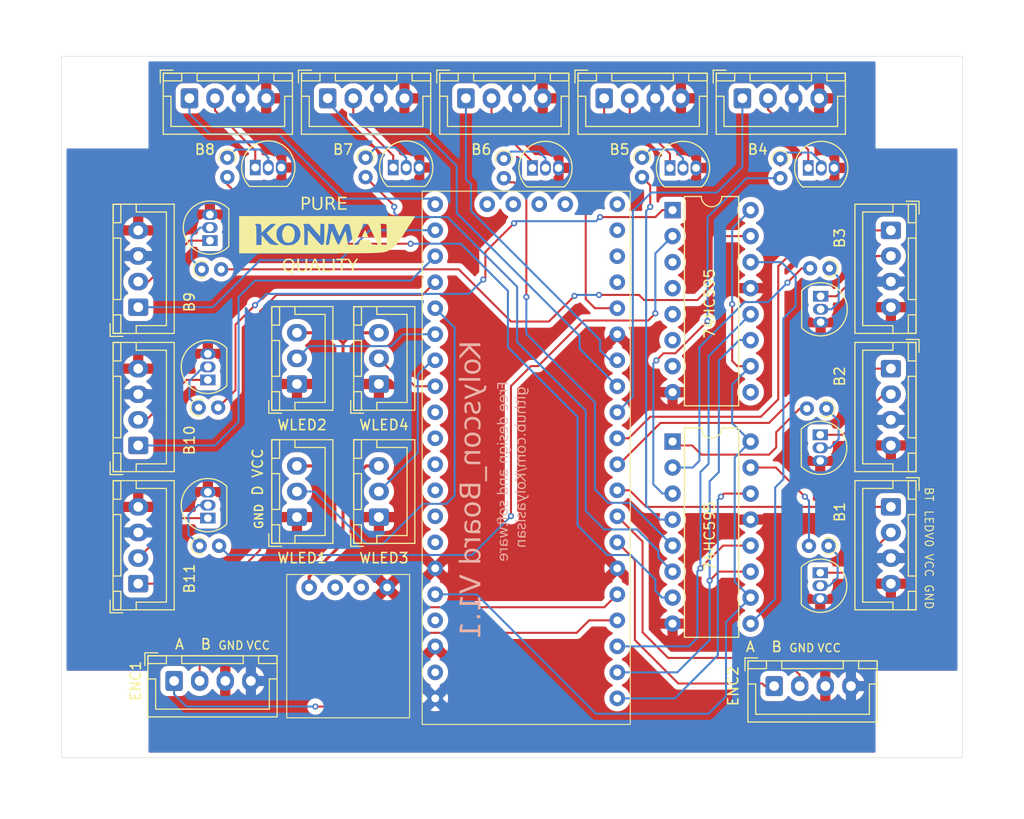
<source format=kicad_pcb>
(kicad_pcb (version 20241229) (generator "pcbnew") (generator_version "9.0")
  (layers (0 "F.Cu" signal) (2 "B.Cu" signal) (13 "F.Paste" user) (15 "B.Paste" user) (5 "F.SilkS" user "F.Silkscreen") (7 "B.SilkS" user "B.Silkscreen") (1 "F.Mask" user) (3 "B.Mask" user) (25 "Edge.Cuts" user))
  (net 0 "")
  (net 1 "/BT_D_1")
  (net 2 "+5V")
  (net 3 "Net-(B1-Pin_2)")
  (net 4 "GND")
  (net 5 "Net-(B2-Pin_2)")
  (net 6 "Net-(B3-Pin_2)")
  (net 7 "Net-(B4-Pin_2)")
  (net 8 "Net-(B5-Pin_2)")
  (net 9 "Net-(B6-Pin_2)")
  (net 10 "Net-(B7-Pin_2)")
  (net 11 "Net-(B8-Pin_2)")
  (net 12 "Net-(B9-Pin_2)")
  (net 13 "Net-(B10-Pin_2)")
  (net 14 "Net-(B11-Pin_2)")
  (net 15 "/ENC_1_B")
  (net 16 "/ENC_1_A")
  (net 17 "/ENC_2_B")
  (net 18 "/ENC_2_A")
  (net 19 "/BT_L_1")
  (net 20 "/BT_L_2")
  (net 21 "/BT_L_3")
  (net 22 "/BT_L_4")
  (net 23 "/BT_L_5")
  (net 24 "/BT_L_6")
  (net 25 "/BT_L_7")
  (net 26 "/BT_L_8")
  (net 27 "/BT_L_9")
  (net 28 "/BT_L_10")
  (net 29 "/BT_L_11")
  (net 30 "/SHIFTREG_LATCH")
  (net 31 "/SHIFTREG_SER")
  (net 32 "/SHIFTREG_CLK")
  (net 33 "Net-(U1-QH')")
  (net 40 "/WLED_1")
  (net 41 "/WLED_2")
  (net 42 "/WLED_3")
  (net 43 "/WLED_4")
  (net 44 "/BT_D_2")
  (net 45 "/BT_D_3")
  (net 46 "/BT_D_4")
  (net 47 "/BT_D_5")
  (net 48 "/BT_D_6")
  (net 49 "/BT_D_7")
  (net 50 "/BT_D_8")
  (net 51 "/BT_D_9")
  (net 52 "/BT_D_10")
  (net 53 "/BT_D_11")
  (net 55 "+5V_PWR")
  (net 66 "+3.3V")
  (net 74 "Net-(Q1-B)")
  (net 75 "Net-(Q2-S)")
  (net 76 "Net-(Q3-S)")
  (net 77 "Net-(Q4-S)")
  (net 78 "Net-(Q5-S)")
  (net 79 "Net-(Q6-S)")
  (net 80 "Net-(Q7-S)")
  (net 81 "Net-(Q8-S)")
  (net 82 "Net-(Q9-S)")
  (net 83 "Net-(Q10-S)")
  (net 84 "Net-(Q11-S)")
  (footprint "Resistor_THT:R_Axial_DIN0204_L3.6mm_D1.6mm_P1.90mm_Vertical" (layer "F.Cu") (at 136.2 75.5 -90)
    (property "Reference" "R4" (hide yes))
    (property "Value" "R2k" (hide yes))
  )
  (footprint "MountingHole:MountingHole_3.2mm_M3" (layer "F.Cu") (at 70 130)
    (property "Reference" "H3" (hide yes))
    (property "Value" "MountingHole" (hide yes))
  )
  (footprint "MountingHole:MountingHole_3.2mm_M3" (layer "F.Cu") (at 150 70)
    (property "Reference" "H2" (hide yes))
    (property "Value" "MountingHole" (hide yes))
  )
  (footprint "Package_DIP:DIP-16_W7.62mm" (layer "F.Cu") (at 125.68 103.12)
    (property "Reference" "U1" (hide yes))
    (property "Value" "74HC595")
  )
  (footprint "Connector_JST:JST_XH_B3B-XH-A_1x03_P2.50mm_Vertical" (layer "F.Cu") (at 97 110.5 90)
    (property "Reference" "WLED3")
    (property "Value" "Conn_01x03")
  )
  (footprint "Connector_JST:JST_XH_B4B-XH-A_1x04_P2.50mm_Vertical" (layer "F.Cu") (at 77 126.5)
    (property "Reference" "ENC1")
    (property "Value" "Conn_01x04")
  )
  (footprint "Package_TO_SOT_THT:TO-92_Inline" (layer "F.Cu") (at 80.3 110.6 90)
    (property "Reference" "Q11" (hide yes))
    (property "Value" "~" (hide yes))
  )
  (footprint "MountingHole:MountingHole_3.2mm_M3" (layer "F.Cu") (at 150 130)
    (property "Reference" "H4" (hide yes))
    (property "Value" "MountingHole" (hide yes))
  )
  (footprint "Connector_JST:JST_XH_B4B-XH-A_1x04_P2.50mm_Vertical" (layer "F.Cu") (at 132.5 69.6)
    (property "Reference" "B4")
    (property "Value" "Conn_01x04_Pin")
  )
  (footprint "Package_TO_SOT_THT:TO-92_Inline" (layer "F.Cu") (at 80.5 83.5 90)
    (property "Reference" "Q9" (hide yes))
    (property "Value" "~" (hide yes))
  )
  (footprint "Resistor_THT:R_Axial_DIN0204_L3.6mm_D1.6mm_P1.90mm_Vertical" (layer "F.Cu") (at 79.7 86.3)
    (property "Reference" "R9" (hide yes))
    (property "Value" "R2k" (hide yes))
  )
  (footprint "Package_TO_SOT_THT:TO-92_Inline" (layer "F.Cu") (at 140.1 115.93 -90)
    (property "Reference" "Q1" (hide yes))
    (property "Value" "~" (hide yes))
  )
  (footprint "Package_TO_SOT_THT:TO-92_Inline" (layer "F.Cu") (at 84.93 76.36)
    (property "Reference" "Q8" (hide yes))
    (property "Value" "~" (hide yes))
  )
  (footprint "Resistor_THT:R_Axial_DIN0204_L3.6mm_D1.6mm_P1.90mm_Vertical" (layer "F.Cu") (at 141.005 86.2 180)
    (property "Reference" "R3" (hide yes))
    (property "Value" "R2k" (hide yes))
  )
  (footprint "Connector_JST:JST_XH_B4B-XH-A_1x04_P2.50mm_Vertical" (layer "F.Cu") (at 147 82.5 -90)
    (property "Reference" "B3")
    (property "Value" "Conn_01x04_Pin")
  )
  (footprint "kolyscon_Board_Footprints:WeirdPurpleRP2040Board" (layer "F.Cu") (at 111.39 78.67 180)
    (property "Reference" "U3" (hide yes))
    (property "Value" "~")
  )
  (footprint "Resistor_THT:R_Axial_DIN0204_L3.6mm_D1.6mm_P1.90mm_Vertical" (layer "F.Cu") (at 79.495 113.3)
    (property "Reference" "R11" (hide yes))
    (property "Value" "R2k" (hide yes))
  )
  (footprint "Resistor_THT:R_Axial_DIN0204_L3.6mm_D1.6mm_P1.90mm_Vertical" (layer "F.Cu") (at 122.7 75.4 -90)
    (property "Reference" "R5" (hide yes))
    (property "Value" "R2k" (hide yes))
  )
  (footprint "Resistor_THT:R_Axial_DIN0204_L3.6mm_D1.6mm_P1.90mm_Vertical" (layer "F.Cu") (at 95.7 75.4 -90)
    (property "Reference" "R7" (hide yes))
    (property "Value" "R2k" (hide yes))
  )
  (footprint "Package_TO_SOT_THT:TO-92_Inline" (layer "F.Cu") (at 112 76.4)
    (property "Reference" "Q6" (hide yes))
    (property "Value" "~" (hide yes))
  )
  (footprint "Connector_JST:JST_XH_B4B-XH-A_1x04_P2.50mm_Vertical" (layer "F.Cu") (at 147 109.5 -90)
    (property "Reference" "B1")
    (property "Value" "Conn_01x04_Pin")
  )
  (footprint "Connector_JST:JST_XH_B3B-XH-A_1x03_P2.50mm_Vertical" (layer "F.Cu") (at 89 110.5 90)
    (property "Reference" "WLED1")
    (property "Value" "Conn_01x03")
  )
  (footprint "Package_TO_SOT_THT:TO-92_Inline" (layer "F.Cu") (at 140.14 88.93 -90)
    (property "Reference" "Q3" (hide yes))
    (property "Value" "~" (hide yes))
  )
  (footprint "Connector_JST:JST_XH_B3B-XH-A_1x03_P2.50mm_Vertical" (layer "F.Cu") (at 89 97.5 90)
    (property "Reference" "WLED2")
    (property "Value" "Conn_01x03")
  )
  (footprint "Package_TO_SOT_THT:TO-92_Inline" (layer "F.Cu") (at 125.43 76.4)
    (property "Reference" "Q5" (hide yes))
    (property "Value" "~" (hide yes))
  )
  (footprint "kolyscon_Board_Footprints:USB-C_Conn_Small" (layer "F.Cu") (at 94 116.1 180)
    (property "Reference" "J1" (hide yes))
    (property "Value" "Conn_01x04")
  )
  (footprint "Connector_JST:JST_XH_B4B-XH-A_1x04_P2.50mm_Vertical" (layer "F.Cu") (at 73.5 103.5 90)
    (property "Reference" "B10")
    (property "Value" "Conn_01x04_Pin")
  )
  (footprint "Package_TO_SOT_THT:TO-92_Inline" (layer "F.Cu") (at 80.3 97.1 90)
    (property "Reference" "Q10" (hide yes))
    (property "Value" "~" (hide yes))
  )
  (footprint "Connector_JST:JST_XH_B4B-XH-A_1x04_P2.50mm_Vertical" (layer "F.Cu") (at 105.5 69.6)
    (property "Reference" "B6")
    (property "Value" "Conn_01x04_Pin")
  )
  (footprint "kolyscon_Board_Footprints:konmai" (layer "F.Cu") (at 92 83)
    (property "Reference" "G***" (hide yes))
    (property "Value" "LOGO" (hide yes))
  )
  (footprint "Connector_JST:JST_XH_B4B-XH-A_1x04_P2.50mm_Vertical" (layer "F.Cu") (at 78.5 69.6)
    (property "Reference" "B8")
    (property "Value" "Conn_01x04_Pin")
  )
  (footprint "Resistor_THT:R_Axial_DIN0204_L3.6mm_D1.6mm_P1.90mm_Vertical" (layer "F.Cu") (at 140.7 99.9 180)
    (property "Reference" "R2" (hide yes))
    (property "Value" "R2k" (hide yes))
  )
  (footprint "Connector_JST:JST_XH_B4B-XH-A_1x04_P2.50mm_Vertical" (layer "F.Cu") (at 147 96 -90)
    (property "Reference" "B2")
    (property "Value" "Conn_01x04_Pin")
  )
  (footprint "Package_TO_SOT_THT:TO-92_Inline" (layer "F.Cu") (at 98.4 76.36)
    (property "Reference" "Q7" (hide yes))
    (property "Value" "~" (hide yes))
  )
  (footprint "Connector_JST:JST_XH_B4B-XH-A_1x04_P2.50mm_Vertical" (layer "F.Cu") (at 73.5 90 90)
    (property "Reference" "B9")
    (property "Value" "Conn_01x04_Pin")
  )
  (footprint "Resistor_THT:R_Axial_DIN0204_L3.6mm_D1.6mm_P1.90mm_Vertical" (layer "F.Cu") (at 79.4 99.8)
    (property "Reference" "R10" (hide yes))
    (property "Value" "R2k" (hide yes))
  )
  (footprint "Connector_JST:JST_XH_B4B-XH-A_1x04_P2.50mm_Vertical" (layer "F.Cu") (at 92 69.6)
    (property "Reference" "B7")
    (property "Value" "Conn_01x04_Pin")
  )
  (footprint "Resistor_THT:R_Axial_DIN0204_L3.6mm_D1.6mm_P1.90mm_Vertical" (layer "F.Cu") (at 109.2 75.5 -90)
    (property "Reference" "R6" (hide yes))
    (property "Value" "R2k" (hide yes))
  )
  (footprint "Resistor_THT:R_Axial_DIN0204_L3.6mm_D1.6mm_P1.90mm_Vertical" (layer "F.Cu") (at 82.2 75.4 -90)
    (property "Reference" "R8" (hide yes))
    (property "Value" "R2k" (hide yes))
  )
  (footprint "MountingHole:MountingHole_3.2mm_M3" (layer "F.Cu") (at 70 70)
    (property "Reference" "H1" (hide yes))
    (property "Value" "MountingHole" (hide yes))
  )
  (footprint "Package_TO_SOT_THT:TO-92_Inline" (layer "F.Cu") (at 138.93 76.4)
    (property "Reference" "Q4" (hide yes))
    (property "Value" "~" (hide yes))
  )
  (footprint "Package_TO_SOT_THT:TO-92_Inline" (layer "F.Cu") (at 140.1 102.46 -90)
    (property "Reference" "Q2" (hide yes))
    (property "Value" "~" (hide yes))
  )
  (footprint "Connector_JST:JST_XH_B4B-XH-A_1x04_P2.50mm_Vertical" (layer "F.Cu") (at 135.6 127)
    (property "Reference" "ENC2")
    (property "Value" "Conn_01x04")
  )
  (footprint "Connector_JST:JST_XH_B4B-XH-A_1x04_P2.50mm_Vertical" (layer "F.Cu") (at 73.5 117 90)
    (property "Reference" "B11")
    (property "Value" "Conn_01x04_Pin")
  )
  (footprint "Package_DIP:DIP-16_W7.62mm" (layer "F.Cu") (at 125.68 80.52)
    (property "Reference" "U2" (hide yes))
    (property "Value" "74HC595")
  )
  (footprint "Connector_JST:JST_XH_B3B-XH-A_1x03_P2.50mm_Vertical" (layer "F.Cu") (at 97 97.5 90)
    (property "Reference" "WLED4")
    (property "Value" "Conn_01x03")
  )
  (footprint "Connector_JST:JST_XH_B4B-XH-A_1x04_P2.50mm_Vertical" (layer "F.Cu") (at 119 69.6)
    (property "Reference" "B5")
    (property "Value" "Conn_01x04_Pin")
  )
  (footprint "Resistor_THT:R_Axial_DIN0204_L3.6mm_D1.6mm_P1.90mm_Vertical" (layer "F.Cu") (at 140.9 113.305 180)
    (property "Reference" "R1" (hide yes))
    (property "Value" "R2k" (hide yes))
  )
  (gr_circle (center 145.5 76) (end 145.924264 76) (stroke (width 0.2)) (fill yes) (layer "B.Cu") (net 2))
  (gr_rect (start 66 65.5) (end 154 134) (stroke (width 0.05)) (fill no) (layer "Edge.Cuts"))
  (gr_text "GND" (at 150.25 117 270) (layer "F.SilkS") (effects (font (size 0.8 0.8) (thickness 0.1)) (justify left bottom)))
  (gr_text "LEDV0" (at 150.25 109.75 270) (layer "F.SilkS") (effects (font (size 0.8 0.8) (thickness 0.1)) (justify left bottom)))
  (gr_text "B" (at 135.25 123.75 0) (layer "F.SilkS") (effects (font (size 1 1)) (justify left bottom)))
  (gr_text "GND" (at 137 123.75 0) (layer "F.SilkS") (effects (font (size 0.8 0.8) (thickness 0.125)) (justify left bottom)))
  (gr_text "VCC" (at 150.25 114 270) (layer "F.SilkS") (effects (font (size 0.8 0.8) (thickness 0.1)) (justify left bottom)))
  (gr_text "QUALITY" (at 87.5 86.75 0) (layer "F.SilkS") (effects (font (size 1.25 1.25) (thickness 0.1)) (justify left bottom)))
  (gr_text "D" (at 85.75 108.5 90) (layer "F.SilkS") (effects (font (size 1 1)) (justify left bottom)))
  (gr_text "VCC" (at 85.75 106.75 90) (layer "F.SilkS") (effects (font (size 1 1)) (justify left bottom)))
  (gr_text "B" (at 79.5 123.5 0) (layer "F.SilkS") (effects (font (size 1 1)) (justify left bottom)))
  (gr_text "VCC" (at 139.75 123.75 0) (layer "F.SilkS") (effects (font (size 0.8 0.8) (thickness 0.125)) (justify left bottom)))
  (gr_text "BT" (at 150.25 107.5 270) (layer "F.SilkS") (effects (font (size 0.8 0.8) (thickness 0.1)) (justify left bottom)))
  (gr_text "GND" (at 81.25 123.5 0) (layer "F.SilkS") (effects (font (size 0.8 0.8) (thickness 0.125)) (justify left bottom)))
  (gr_text "VCC" (at 84 123.5 0) (layer "F.SilkS") (effects (font (size 0.8 0.8) (thickness 0.125)) (justify left bottom)))
  (gr_text "PURE" (at 89.3 80.7 0) (layer "F.SilkS") (effects (font (size 1.25 1.25) (thickness 0.1)) (justify left bottom)))
  (gr_text "A" (at 77 123.5 0) (layer "F.SilkS") (effects (font (size 1 1)) (justify left bottom)))
  (gr_text "A" (at 132.75 123.75 0) (layer "F.SilkS") (effects (font (size 1 1)) (justify left bottom)))
  (gr_text "GND" (at 85.75 111.75 90) (layer "F.SilkS") (effects (font (size 0.8 0.8)) (justify left bottom)))
  (gr_text "github.com/Kolyasisan" (at 111.5 97.75 90) (layer "B.SilkS") (effects (font (size 1 1) (thickness 0.1)) (justify left bottom mirror)))
  (gr_text "Kolyscon_Board V1.1" (at 107.25 93.25 90) (layer "B.SilkS") (effects (font (size 2 2) (thickness 0.1)) (justify left bottom mirror)))
  (gr_text "Free design and software" (at 109.75 97.25 90) (layer "B.SilkS") (effects (font (size 1 1) (thickness 0.1)) (justify left bottom mirror)))
  (segment (start 147 109.5) (end 123.1 109.5) (width 0.2) (layer "F.Cu") (net 1))
  (segment (start 121.48 107.88) (end 120.28 107.88) (width 0.2) (layer "F.Cu") (net 1))
  (segment (start 123.1 109.5) (end 121.48 107.88) (width 0.2) (layer "F.Cu") (net 1))
  (segment (start 140.1 115.93) (end 143.07 115.93) (width 0.2) (layer "F.Cu") (net 3))
  (segment (start 143.07 115.93) (end 147 112) (width 0.2) (layer "F.Cu") (net 3))
  (segment (start 146.3 98.5) (end 147 98.5) (width 0.2) (layer "F.Cu") (net 5))
  (segment (start 140.1 102.46) (end 142.34 102.46) (width 0.2) (layer "F.Cu") (net 5))
  (segment (start 142.34 102.46) (end 146.3 98.5) (width 0.2) (layer "F.Cu") (net 5))
  (segment (start 140.14 88.93) (end 141.67 88.93) (width 0.2) (layer "F.Cu") (net 6))
  (segment (start 141.67 88.93) (end 145.6 85) (width 0.2) (layer "F.Cu") (net 6))
  (segment (start 145.6 85) (end 147 85) (width 0.2) (layer "F.Cu") (net 6))
  (segment (start 135 70.7) (end 135 69.6) (width 0.2) (layer "F.Cu") (net 7))
  (segment (start 138.93 74.63) (end 135 70.7) (width 0.2) (layer "F.Cu") (net 7))
  (segment (start 138.93 74.63) (end 138.93 76.4) (width 0.2) (layer "F.Cu") (net 7))
  (segment (start 125.43 76.4) (end 125.43 75.03) (width 0.2) (layer "F.Cu") (net 8))
  (segment (start 125.43 75.03) (end 121.5 71.1) (width 0.2) (layer "F.Cu") (net 8))
  (segment (start 121.5 71.1) (end 121.5 69.6) (width 0.2) (layer "F.Cu") (net 8))
  (segment (start 112 75.8) (end 108 71.8) (width 0.2) (layer "F.Cu") (net 9))
  (segment (start 112 76.4) (end 112 75.8) (width 0.2) (layer "F.Cu") (net 9))
  (segment (start 108 71.8) (end 108 69.6) (width 0.2) (layer "F.Cu") (net 9))
  (segment (start 98.4 75.2) (end 94.5 71.3) (width 0.2) (layer "F.Cu") (net 10))
  (segment (start 98.4 76.36) (end 98.4 75.2) (width 0.2) (layer "F.Cu") (net 10))
  (segment (start 94.5 71.3) (end 94.5 69.6) (width 0.2) (layer "F.Cu") (net 10))
  (segment (start 81 70.8) (end 81 69.6) (width 0.2) (layer "F.Cu") (net 11))
  (segment (start 84.93 76.36) (end 84.93 74.73) (width 0.2) (layer "F.Cu") (net 11))
  (segment (start 84.93 74.73) (end 81 70.8) (width 0.2) (layer "F.Cu") (net 11))
  (segment (start 74.5 87.5) (end 73.5 87.5) (width 0.2) (layer "F.Cu") (net 12))
  (segment (start 78.5 83.5) (end 74.5 87.5) (width 0.2) (layer "F.Cu") (net 12))
  (segment (start 80.5 83.5) (end 78.5 83.5) (width 0.2) (layer "F.Cu") (net 12))
  (segment (start 80.3 97.1) (end 78.2 97.1) (width 0.2) (layer "F.Cu") (net 13))
  (segment (start 78.2 97.1) (end 74.3 101) (width 0.2) (layer "F.Cu") (net 13))
  (segment (start 74.3 101) (end 73.5 101) (width 0.2) (layer "F.Cu") (net 13))
  (segment (start 80.3 110.6) (end 77.4 110.6) (width 0.2) (layer "F.Cu") (net 14))
  (segment (start 77.4 110.6) (end 73.5 114.5) (width 0.2) (layer "F.Cu") (net 14))
  (segment (start 119.02 119.3) (end 120.28 118.04) (width 0.2) (layer "F.Cu") (net 15))
  (segment (start 99.5 119.3) (end 119.02 119.3) (width 0.2) (layer "F.Cu") (net 15))
  (segment (start 98.4 120.4) (end 99.5 119.3) (width 0.2) (layer "F.Cu") (net 15))
  (segment (start 79.5 124.7) (end 83.8 120.4) (width 0.2) (layer "F.Cu") (net 15))
  (segment (start 79.5 126.5) (end 79.5 124.7) (width 0.2) (layer "F.Cu") (net 15))
  (segment (start 83.8 120.4) (end 98.4 120.4) (width 0.2) (layer "F.Cu") (net 15))
  (segment (start 116.314 121.8) (end 117.534 120.58) (width 0.2) (layer "F.Cu") (net 16))
  (segment (start 90.8 129) (end 93.9 129) (width 0.2) (layer "F.Cu") (net 16))
  (segment (start 101.1 121.8) (end 116.314 121.8) (width 0.2) (layer "F.Cu") (net 16))
  (segment (start 77 126.5) (end 77 127.1) (width 0.2) (layer "F.Cu") (net 16))
  (segment (start 93.9 129) (end 101.1 121.8) (width 0.2) (layer "F.Cu") (net 16))
  (segment (start 117.534 120.58) (end 120.28 120.58) (width 0.2) (layer "F.Cu") (net 16))
  (via (at 90.8 129) (size 0.6) (drill 0.3) (layers "F.Cu" "B.Cu") (net 16))
  (segment (start 78 128.8) (end 78.2 129) (width 0.2) (layer "B.Cu") (net 16))
  (segment (start 77 127.8) (end 78 128.8) (width 0.2) (layer "B.Cu") (net 16))
  (segment (start 78.2 129) (end 90.8 129) (width 0.2) (layer "B.Cu") (net 16))
  (segment (start 77 126.5) (end 77 127.8) (width 0.2) (layer "B.Cu") (net 16))
  (segment (start 136.45 124.25) (end 138.1 125.9) (width 0.2) (layer "F.Cu") (net 17))
  (segment (start 138.1 125.9) (end 138.1 127) (width 0.2) (layer "F.Cu") (net 17))
  (segment (start 122.75 121.75) (end 125.25 124.25) (width 0.2) (layer "F.Cu") (net 17))
  (segment (start 122.75 112.89) (end 122.75 121.75) (width 0.2) (layer "F.Cu") (net 17))
  (segment (start 125.25 124.25) (end 136.45 124.25) (width 0.2) (layer "F.Cu") (net 17))
  (segment (start 120.28 110.42) (end 122.75 112.89) (width 0.2) (layer "F.Cu") (net 17))
  (segment (start 134.45 126.75) (end 134.7 127) (width 0.2) (layer "F.Cu") (net 18))
  (segment (start 134.7 127) (end 135.6 127) (width 0.2) (layer "F.Cu") (net 18))
  (segment (start 126.25 126.75) (end 134.45 126.75) (width 0.2) (layer "F.Cu") (net 18))
  (segment (start 120.28 112.96) (end 122 114.68) (width 0.2) (layer "F.Cu") (net 18))
  (segment (start 122 122.5) (end 126.25 126.75) (width 0.2) (layer "F.Cu") (net 18))
  (segment (start 122 114.68) (end 122 122.5) (width 0.2) (layer "F.Cu") (net 18))
  (segment (start 135.76 105.66) (end 138.6 108.5) (width 0.2) (layer "F.Cu") (net 19))
  (segment (start 133.3 105.66) (end 135.76 105.66) (width 0.2) (layer "F.Cu") (net 19))
  (via (at 138.6 108.5) (size 0.6) (drill 0.3) (layers "F.Cu" "B.Cu") (net 19))
  (segment (start 138.6 108.5) (end 139 108.9) (width 0.2) (layer "B.Cu") (net 19))
  (segment (start 139 108.9) (end 139 113.305) (width 0.2) (layer "B.Cu") (net 19))
  (segment (start 127.6 103.5) (end 128.5 104.4) (width 0.2) (layer "F.Cu") (net 20))
  (segment (start 126.06 103.5) (end 127.6 103.5) (width 0.2) (layer "F.Cu") (net 20))
  (segment (start 125.68 103.12) (end 126.06 103.5) (width 0.2) (layer "F.Cu") (net 20))
  (segment (start 135.8 102.2) (end 138.1 99.9) (width 0.2) (layer "F.Cu") (net 20))
  (segment (start 128.5 104.4) (end 135.1 104.4) (width 0.2) (layer "F.Cu") (net 20))
  (segment (start 135.8 103.7) (end 135.8 102.2) (width 0.2) (layer "F.Cu") (net 20))
  (segment (start 135.1 104.4) (end 135.8 103.7) (width 0.2) (layer "F.Cu") (net 20))
  (segment (start 138.1 99.9) (end 138.8 99.9) (width 0.2) (layer "F.Cu") (net 20))
  (segment (start 136.9 87.6) (end 138.3 86.2) (width 0.2) (layer "F.Cu") (net 21))
  (segment (start 138.3 86.2) (end 139.105 86.2) (width 0.2) (layer "F.Cu") (net 21))
  (via (at 136.9 87.6) (size 0.6) (drill 0.3) (layers "F.Cu" "B.Cu") (net 21))
  (segment (start 128.3 93.9) (end 128.3 105) (width 0.2) (layer "B.Cu") (net 21))
  (segment (start 135 89.5) (end 132.7 89.5) (width 0.2) (layer "B.Cu") (net 21))
  (segment (start 127.64 105.66) (end 125.68 105.66) (width 0.2) (layer "B.Cu") (net 21))
  (segment (start 132.7 89.5) (end 128.3 93.9) (width 0.2) (layer "B.Cu") (net 21))
  (segment (start 128.3 105) (end 127.64 105.66) (width 0.2) (layer "B.Cu") (net 21))
  (segment (start 136.9 87.6) (end 135 89.5) (width 0.2) (layer "B.Cu") (net 21))
  (segment (start 124.8 94.5) (end 124.1 95.2) (width 0.2) (layer "F.Cu") (net 22))
  (segment (start 125.955635 94.5) (end 124.8 94.5) (width 0.2) (layer "F.Cu") (net 22))
  (segment (start 129.1 91.355635) (end 125.955635 94.5) (width 0.2) (layer "F.Cu") (net 22))
  (via (at 124.1 95.2) (size 0.6) (drill 0.3) (layers "F.Cu" "B.Cu") (net 22))
  (via (at 129.1 91.355635) (size 0.6) (drill 0.3) (layers "F.Cu" "B.Cu") (net 22))
  (segment (start 123.8 107.3) (end 124.7 108.2) (width 0.2) (layer "B.Cu") (net 22))
  (segment (start 129.1 81.2) (end 132.9 77.4) (width 0.2) (layer "B.Cu") (net 22))
  (segment (start 132.9 77.4) (end 136.2 77.4) (width 0.2) (layer "B.Cu") (net 22))
  (segment (start 129.1 91.355635) (end 129.1 81.2) (width 0.2) (layer "B.Cu") (net 22))
  (segment (start 123.8 95.5) (end 123.8 107.3) (width 0.2) (layer "B.Cu") (net 22))
  (segment (start 124.7 108.2) (end 125.68 108.2) (width 0.2) (layer "B.Cu") (net 22))
  (segment (start 124.1 95.2) (end 123.8 95.5) (width 0.2) (layer "B.Cu") (net 22))
  (segment (start 123.5 80.2) (end 123.5 78.1) (width 0.2) (layer "F.Cu") (net 23))
  (segment (start 123.5 78.1) (end 122.7 77.3) (width 0.2) (layer "F.Cu") (net 23))
  (via (at 123.5 80.2) (size 0.6) (drill 0.3) (layers "F.Cu" "B.Cu") (net 23))
  (segment (start 123.1 109.4) (end 124.44 110.74) (width 0.2) (layer "B.Cu") (net 23))
  (segment (start 123.1 80.6) (end 123.1 109.4) (width 0.2) (layer "B.Cu") (net 23))
  (segment (start 124.44 110.74) (end 125.68 110.74) (width 0.2) (layer "B.Cu") (net 23))
  (segment (start 123.5 80.2) (end 123.1 80.6) (width 0.2) (layer "B.Cu") (net 23))
  (segment (start 111.4 89) (end 111.4 79.010051) (width 0.2) (layer "F.Cu") (net 24))
  (segment (start 110.189949 77.8) (end 109.6 77.8) (width 0.2) (layer "F.Cu") (net 24))
  (segment (start 111.4 79.010051) (end 110.189949 77.8) (width 0.2) (layer "F.Cu") (net 24))
  (segment (start 109.6 77.8) (end 109.2 77.4) (width 0.2) (layer "F.Cu") (net 24))
  (via (at 111.4 89) (size 0.6) (drill 0.3) (layers "F.Cu" "B.Cu") (net 24))
  (segment (start 118.1 99.3) (end 118.1 107.8) (width 0.2) (layer "B.Cu") (net 24))
  (segment (start 121.5 109.1) (end 125.68 113.28) (width 0.2) (layer "B.Cu") (net 24))
  (segment (start 118.1 107.8) (end 119.4 109.1) (width 0.2) (layer "B.Cu") (net 24))
  (segment (start 111.4 92.6) (end 118.1 99.3) (width 0.2) (layer "B.Cu") (net 24))
  (segment (start 119.4 109.1) (end 121.5 109.1) (width 0.2) (layer "B.Cu") (net 24))
  (segment (start 111.4 89) (end 111.4 92.6) (width 0.2) (layer "B.Cu") (net 24))
  (segment (start 98.5 80.1) (end 95.7 77.3) (width 0.2) (layer "F.Cu") (net 25))
  (segment (start 96.1 77.8) (end 95.7 77.8) (width 0.2) (layer "F.Cu") (net 25))
  (segment (start 98.5 80.2) (end 98.5 80.1) (width 0.2) (layer "F.Cu") (net 25))
  (via (at 98.5 80.2) (size 0.6) (drill 0.3) (layers "F.Cu" "B.Cu") (net 25))
  (segment (start 110.5 93.4) (end 117.2 100.1) (width 0.2) (layer "B.Cu") (net 25))
  (segment (start 103.7 81.2) (end 110.5 88) (width 0.2) (layer "B.Cu") (net 25))
  (segment (start 124.3 113.8) (end 124.3 114.44) (width 0.2) (layer "B.Cu") (net 25))
  (segment (start 124.3 114.44) (end 125.68 115.82) (width 0.2) (layer "B.Cu") (net 25))
  (segment (start 98.5 80.2) (end 98.5 80.8) (width 0.2) (layer "B.Cu") (net 25))
  (segment (start 122.2 111.7) (end 124.3 113.8) (width 0.2) (layer "B.Cu") (net 25))
  (segment (start 119 111.7) (end 122.2 111.7) (width 0.2) (layer "B.Cu") (net 25))
  (segment (start 117.2 100.1) (end 117.2 109.9) (width 0.2) (layer "B.Cu") (net 25))
  (segment (start 110.5 88) (end 110.5 93.4) (width 0.2) (layer "B.Cu") (net 25))
  (segment (start 98.5 80.8) (end 98.9 81.2) (width 0.2) (layer "B.Cu") (net 25))
  (segment (start 117.2 109.9) (end 119 111.7) (width 0.2) (layer "B.Cu") (net 25))
  (segment (start 98.9 81.2) (end 103.7 81.2) (width 0.2) (layer "B.Cu") (net 25))
  (segment (start 88 83.8) (end 82.2 78) (width 0.2) (layer "F.Cu") (net 26))
  (segment (start 82.2 78) (end 82.2 77.3) (width 0.2) (layer "F.Cu") (net 26))
  (segment (start 100.1 83.8) (end 88 83.8) (width 0.2) (layer "F.Cu") (net 26))
  (via (at 100.1 83.8) (size 0.6) (drill 0.3) (layers "F.Cu" "B.Cu") (net 26))
  (segment (start 116.4 111.3) (end 119.3 114.2) (width 0.2) (layer "B.Cu") (net 26))
  (segment (start 105 83.8) (end 109.6 88.4) (width 0.2) (layer "B.Cu") (net 26))
  (segment (start 116.4 100.7) (end 116.4 111.3) (width 0.2) (layer "B.Cu") (net 26))
  (segment (start 124 116.6) (end 124 117.7) (width 0.2) (layer "B.Cu") (net 26))
  (segment (start 109.6 88.4) (end 109.6 93.9) (width 0.2) (layer "B.Cu") (net 26))
  (segment (start 124.66 118.36) (end 125.68 118.36) (width 0.2) (layer "B.Cu") (net 26))
  (segment (start 100.1 83.8) (end 105 83.8) (width 0.2) (layer "B.Cu") (net 26))
  (segment (start 121.6 114.2) (end 124 116.6) (width 0.2) (layer "B.Cu") (net 26))
  (segment (start 124 117.7) (end 124.66 118.36) (width 0.2) (layer "B.Cu") (net 26))
  (segment (start 119.3 114.2) (end 121.6 114.2) (width 0.2) (layer "B.Cu") (net 26))
  (segment (start 109.6 93.9) (end 116.4 100.7) (width 0.2) (layer "B.Cu") (net 26))
  (segment (start 122.9 89.3) (end 128.1 89.3) (width 0.2) (layer "F.Cu") (net 27))
  (segment (start 128.1 89.3) (end 130.2 87.2) (width 0.2) (layer "F.Cu") (net 27))
  (segment (start 130.2 83.3) (end 130.44 83.06) (width 0.2) (layer "F.Cu") (net 27))
  (segment (start 118.5 88.8) (end 122.4 88.8) (width 0.2) (layer "F.Cu") (net 27))
  (segment (start 109.9 91.4) (end 104.8 86.3) (width 0.2) (layer "F.Cu") (net 27))
  (segment (start 116.1 88.9) (end 113.6 91.4) (width 0.2) (layer "F.Cu") (net 27))
  (segment (start 130.44 83.06) (end 133.3 83.06) (width 0.2) (layer "F.Cu") (net 27))
  (segment (start 113.6 91.4) (end 109.9 91.4) (width 0.2) (layer "F.Cu") (net 27))
  (segment (start 122.4 88.8) (end 122.9 89.3) (width 0.2) (layer "F.Cu") (net 27))
  (segment (start 104.8 86.3) (end 81.6 86.3) (width 0.2) (layer "F.Cu") (net 27))
  (segment (start 130.2 87.2) (end 130.2 83.3) (width 0.2) (layer "F.Cu") (net 27))
  (via (at 116.1 88.9) (size 0.6) (drill 0.3) (layers "F.Cu" "B.Cu") (net 27))
  (via (at 118.5 88.8) (size 0.6) (drill 0.3) (layers "F.Cu" "B.Cu") (net 27))
  (segment (start 116.2 88.8) (end 116.1 88.9) (width 0.2) (layer "B.Cu") (net 27))
  (segment (start 118.5 88.8) (end 116.2 88.8) (width 0.2) (layer "B.Cu") (net 27))
  (segment (start 107.2 87.3) (end 107.4 87.1) (width 0.2) (layer "F.Cu") (net 28))
  (segment (start 107.4 84.6) (end 110.2 81.8) (width 0.2) (layer "F.Cu") (net 28))
  (segment (start 118.6 81.2) (end 124 81.2) (width 0.2) (layer "F.Cu") (net 28))
  (segment (start 107.4 87.1) (end 107.4 84.6) (width 0.2) (layer "F.Cu") (net 28))
  (segment (start 83 98.1) (end 81.3 99.8) (width 0.2) (layer "F.Cu") (net 28))
  (segment (start 124 81.2) (end 124.68 80.52) (width 0.2) (layer "F.Cu") (net 28))
  (segment (start 84.9 89.8) (end 83 91.7) (width 0.2) (layer "F.Cu") (net 28))
  (segment (start 124.68 80.52) (end 125.68 80.52) (width 0.2) (layer "F.Cu") (net 28))
  (segment (start 83 91.7) (end 83 98.1) (width 0.2) (layer "F.Cu") (net 28))
  (via (at 84.9 89.8) (size 0.6) (drill 0.3) (layers "F.Cu" "B.Cu") (net 28))
  (via (at 107.2 87.3) (size 0.6) (drill 0.3) (layers "F.Cu" "B.Cu") (net 28))
  (via (at 118.6 81.2) (size 0.6) (drill 0.3) (layers "F.Cu" "B.Cu") (net 28))
  (via (at 110.2 81.8) (size 0.6) (drill 0.3) (layers "F.Cu" "B.Cu") (net 28))
  (segment (start 118.6 81.2) (end 118.2 81.6) (width 0.2) (layer "B.Cu") (net 28))
  (segment (start 105.8 88.7) (end 107.2 87.3) (width 0.2) (layer "B.Cu") (net 28))
  (segment (start 118.2 81.6) (end 110.4 81.6) (width 0.2) (layer "B.Cu") (net 28))
  (segment (start 86 88.7) (end 105.8 88.7) (width 0.2) (layer "B.Cu") (net 28))
  (segment (start 84.9 89.8) (end 86 88.7) (width 0.2) (layer "B.Cu") (net 28))
  (segment (start 110.4 81.6) (end 110.2 81.8) (width 0.2) (layer "B.Cu") (net 28))
  (segment (start 111.85 95.75) (end 112.55 95.75) (width 0.2) (layer "F.Cu") (net 29))
  (segment (start 117 91.3) (end 123.3 91.3) (width 0.2) (layer "F.Cu") (net 29))
  (segment (start 109.9 97.7) (end 111.85 95.75) (width 0.2) (layer "F.Cu") (net 29))
  (segment (start 123.3 91.3) (end 124 90.6) (width 0.2) (layer "F.Cu") (net 29))
  (segment (start 112.55 95.75) (end 117 91.3) (width 0.2) (layer "F.Cu") (net 29))
  (segment (start 109.9 110.4) (end 109.9 97.7) (width 0.2) (layer "F.Cu") (net 29))
  (via (at 109.9 110.4) (size 0.6) (drill 0.3) (layers "F.Cu" "B.Cu") (net 29))
  (via (at 124 90.6) (size 0.6) (drill 0.3) (layers "F.Cu" "B.Cu") (net 29))
  (segment (start 82.295 114.2) (end 81.395 113.3) (width 0.2) (layer "B.Cu") (net 29))
  (segment (start 106.1 114.2) (end 82.295 114.2) (width 0.2) (layer "B.Cu") (net 29))
  (segment (start 124 84.74) (end 125.68 83.06) (width 0.2) (layer "B.Cu") (net 29))
  (segment (start 124 90.6) (end 124 84.74) (width 0.2) (layer "B.Cu") (net 29))
  (segment (start 109.9 110.4) (end 106.1 114.2) (width 0.2) (layer "B.Cu") (net 29))
  (segment (start 128.4 115.5) (end 130.62 113.28) (width 0.2) (layer "F.Cu") (net 30))
  (segment (start 130.62 113.28) (end 133.3 113.28) (width 0.2) (layer "F.Cu") (net 30))
  (via (at 128.4 115.5) (size 0.6) (drill 0.3) (layers "F.Cu" "B.Cu") (net 30))
  (segment (start 128.4 115.5) (end 128.1 115.8) (width 0.2) (layer "B.Cu") (net 30))
  (segment (start 128.4 115.5) (end 128.4 106.1) (width 0.2) (layer "B.Cu") (net 30))
  (segment (start 127.28 123.12) (end 120.28 123.12) (width 0.2) (layer "B.Cu") (net 30))
  (segment (start 129.2 105.3) (end 129.2 94.78) (width 0.2) (layer "B.Cu") (net 30))
  (segment (start 128.1 115.8) (end 128.1 122.3) (width 0.2) (layer "B.Cu") (net 30))
  (segment (start 128.4 106.1) (end 129.2 105.3) (width 0.2) (layer "B.Cu") (net 30))
  (segment (start 129.2 94.78) (end 133.3 90.68) (width 0.2) (layer "B.Cu") (net 30))
  (segment (start 128.1 122.3) (end 127.28 123.12) (width 0.2) (layer "B.Cu") (net 30))
  (segment (start 130.7 108.2) (end 133.3 108.2) (width 0.2) (layer "F.Cu") (net 31))
  (segment (start 130.4 108.5) (end 130.7 108.2) (width 0.2) (layer "F.Cu") (net 31))
  (via (at 130.4 108.5) (size 0.6) (drill 0.3) (layers "F.Cu" "B.Cu") (net 31))
  (segment (start 130.1 124) (end 125.9 128.2) (width 0.2) (layer "B.Cu") (net 31))
  (segment (start 125.9 128.2) (end 120.28 128.2) (width 0.2) (layer "B.Cu") (net 31))
  (segment (start 130.1 108.8) (end 130.1 124) (width 0.2) (layer "B.Cu") (net 31))
  (segment (start 130.4 108.5) (end 130.1 108.8) (width 0.2) (layer "B.Cu") (net 31))
  (segment (start 130.18 115.82) (end 133.3 115.82) (width 0.2) (layer "F.Cu") (net 32))
  (segment (start 129.3 116.7) (end 130.18 115.82) (width 0.2) (layer "F.Cu") (net 32))
  (via (at 129.3 116.7) (size 0.6) (drill 0.3) (layers "F.Cu" "B.Cu") (net 32))
  (segment (start 129.3 107) (end 130.2 106.1) (width 0.2) (layer "B.Cu") (net 32))
  (segment (start 126.14 125.66) (end 120.28 125.66) (width 0.2) (layer "B.Cu") (net 32))
  (segment (start 133.28 93.2) (end 133.3 93.22) (width 0.2) (layer "B.Cu") (net 32))
  (segment (start 129.3 116.7) (end 129.3 122.5) (width 0.2) (layer "B.Cu") (net 32))
  (segment (start 130.2 95.2) (end 132.2 93.2) (width 0.2) (layer "B.Cu") (net 32))
  (segment (start 130.2 106.1) (end 130.2 95.2) (width 0.2) (layer "B.Cu") (net 32))
  (segment (start 129.3 116.7) (end 129.3 107) (width 0.2) (layer "B.Cu") (net 32))
  (segment (start 132.2 93.2) (end 133.28 93.2) (width 0.2) (layer "B.Cu") (net 32))
  (segment (start 129.3 122.5) (end 126.14 125.66) (width 0.2) (layer "B.Cu") (net 32))
  (segment (start 133.3 85.6) (end 136.3 85.6) (width 0.2) (layer "B.Cu") (net 33))
  (segment (start 136.3 85.6) (end 137.7 87) (width 0.2) (layer "B.Cu") (net 33))
  (segment (start 136.5 106.8) (end 135.7 107.6) (width 0.2) (layer "B.Cu") (net 33))
  (segment (start 137.7 89.9) (end 136.5 91.1) (width 0.2) (layer "B.Cu") (net 33))
  (segment (start 135.7 107.6) (end 135.7 118.5) (width 0.2) (layer "B.Cu") (net 33))
  (segment (start 137.7 87) (end 137.7 89.9) (width 0.2) (layer "B.Cu") (net 33))
  (segment (start 136.5 91.1) (end 136.5 106.8) (width 0.2) (layer "B.Cu") (net 33))
  (segment (start 135.7 118.5) (end 133.3 120.9) (width 0.2) (layer "B.Cu") (net 33))
  (segment (start 101.3 109.2) (end 103.6 109.2) (width 0.2) (layer "B.Cu") (net 40))
  (segment (start 103.6 109.2) (end 104.4 108.4) (width 0.2) (layer "B.Cu") (net 40))
  (segment (start 104.4 108.4) (end 104.4 92) (width 0.2) (layer "B.Cu") (net 40))
  (segment (start 89 108) (end 90.7 108) (width 0.2) (layer "B.Cu") (net 40))
  (segment (start 90.7 108) (end 95.8 113.1) (width 0.2) (layer "B.Cu") (net 40))
  (segment (start 95.8 113.1) (end 97.4 113.1) (width 0.2) (layer "B.Cu") (net 40))
  (segment (start 104.4 92) (end 102.5 90.1) (width 0.2) (layer "B.Cu") (net 40))
  (segment (start 97.4 113.1) (end 101.3 109.2) (width 0.2) (layer "B.Cu") (net 40))
  (segment (start 98.2 93.8) (end 99.36 92.64) (width 0.2) (layer "B.Cu") (net 41))
  (segment (start 89 95) (end 90.2 93.8) (width 0.2) (layer "B.Cu") (net 41))
  (segment (start 90.2 93.8) (end 98.2 93.8) (width 0.2) (layer "B.Cu") (net 41))
  (segment (start 99.36 92.64) (end 102.5 92.64) (width 0.2) (layer "B.Cu") (net 41))
  (segment (start 102.22 95.18) (end 102.5 95.18) (width 0.2) (layer "B.Cu") (net 42))
  (segment (start 100.8 96.6) (end 102.22 95.18) (width 0.2) (layer "B.Cu") (net 42))
  (segment (start 97 108) (end 100.8 104.2) (width 0.2) (layer "B.Cu") (net 42))
  (segment (start 100.8 104.2) (end 100.8 96.6) (width 0.2) (layer "B.Cu") (net 42))
  (segment (start 100.52 97.72) (end 102.5 97.72) (width 0.2) (layer "F.Cu") (net 43))
  (segment (start 100.2 97.4) (end 100.52 97.72) (width 0.2) (layer "F.Cu") (net 43))
  (segment (start 99.4 97.4) (end 100.2 97.4) (width 0.2) (layer "F.Cu") (net 43))
  (segment (start 97 95) (end 99.4 97.4) (width 0.2) (layer "F.Cu") (net 43))
  (segment (start 140.4 96) (end 135.1 101.3) (width 0.2) (layer "F.Cu") (net 44))
  (segment (start 147 96) (end 140.4 96) (width 0.2) (layer "F.Cu") (net 44))
  (segment (start 135.1 101.3) (end 124.5 101.3) (width 0.2) (layer "F.Cu") (net 44))
  (segment (start 124.5 101.3) (end 120.46 105.34) (width 0.2) (layer "F.Cu") (net 44))
  (segment (start 120.46 105.34) (end 120.28 105.34) (width 0.2) (layer "F.Cu") (net 44))
  (segment (start 139.5 82.5) (end 136 86) (width 0.2) (layer "F.Cu") (net 45))
  (segment (start 121.4 102.8) (end 120.28 102.8) (width 0.2) (layer "F.Cu") (net 45))
  (segment (start 136 99) (end 134.3 100.7) (width 0.2) (layer "F.Cu") (net 45))
  (segment (start 136 86) (end 136 99) (width 0.2) (layer "F.Cu") (net 45))
  (segment (start 134.3 100.7) (end 123.5 100.7) (width 0.2) (layer "F.Cu") (net 45))
  (segment (start 147 82.5) (end 139.5 82.5) (width 0.2) (layer "F.Cu") (net 45))
  (segment (start 123.5 100.7) (end 121.4 102.8) (width 0.2) (layer "F.Cu") (net 45))
  (segment (start 121.8 80.6) (end 121.8 98.74) (width 0.2) (layer "B.Cu") (net 46))
  (segment (start 130 78.8) (end 123.6 78.8) (width 0.2) (layer "B.Cu") (net 46))
  (segment (start 121.8 98.74) (end 120.28 100.26) (width 0.2) (layer "B.Cu") (net 46))
  (segment (start 132.5 76.3) (end 132.5 69.6) (width 0.2) (layer "B.Cu") (net 46))
  (segment (start 123.6 78.8) (end 121.8 80.6) (width 0.2) (layer "B.Cu") (net 46))
  (segment (start 132.5 76.3) (end 130 78.8) (width 0.2) (layer "B.Cu") (net 46))
  (segment (start 119 69.6) (end 119 78.2) (width 0.2) (layer "F.Cu") (net 47))
  (segment (start 118.1 90.1) (end 117.2 89.2) (width 0.2) (layer "F.Cu") (net 47))
  (segment (start 117.2 89.2) (end 117.2 80) (width 0.2) (layer "F.Cu") (net 47))
  (segment (start 120.28 90.1) (end 118.1 90.1) (width 0.2) (layer "F.Cu") (net 47))
  (segment (start 117.2 80) (end 119 78.2) (width 0.2) (layer "F.Cu") (net 47))
  (segment (start 118.6 94.2) (end 119.58 95.18) (width 0.2) (layer "B.Cu") (net 48))
  (segment (start 105.5 77.5) (end 106 78) (width 0.2) (layer "B.Cu") (net 48))
  (segment (start 106 80.6) (end 118.6 93.2) (width 0.2) (layer "B.Cu") (net 48))
  (segment (start 105.5 77.5) (end 105.5 69.6) (width 0.2) (layer "B.Cu") (net 48))
  (segment (start 106 78) (end 106 80.6) (width 0.2) (layer "B.Cu") (net 48))
  (segment (start 118.6 93.2) (end 118.6 94.2) (width 0.2) (layer "B.Cu") (net 48))
  (segment (start 95.1 73.1) (end 101.5 73.1) (width 0.2) (layer "B.Cu") (net 49))
  (segment (start 101.5 73.1) (end 104.6 76.2) (width 0.2) (layer "B.Cu") (net 49))
  (segment (start 92 70) (end 92 69.6) (width 0.2) (layer "B.Cu") (net 49))
  (segment (start 116.6 94.04) (end 120.28 97.72) (width 0.2) (layer "B.Cu") (net 49))
  (segment (start 116.6 92.8) (end 116.6 94.04) (width 0.2) (layer "B.Cu") (net 49))
  (segment (start 104.6 76.2) (end 104.6 80.8) (width 0.2) (layer "B.Cu") (net 49))
  (segment (start 104.6 80.8) (end 116.6 92.8) (width 0.2) (layer "B.Cu") (net 49))
  (segment (start 95.1 73.1) (end 92 70) (width 0.2) (layer "B.Cu") (net 49))
  (segment (start 78.5 71.1) (end 80.5 73.1) (width 0.2) (layer "B.Cu") (net 50))
  (segment (start 80.5 73.1) (end 87.2 73.1) (width 0.2) (layer "B.Cu") (net 50))
  (segment (start 93.5 79.4) (end 101.96 79.4) (width 0.2) (layer "B.Cu") (net 50))
  (segment (start 87.2 73.1) (end 93.5 79.4) (width 0.2) (layer "B.Cu") (net 50))
  (segment (start 101.96 79.4) (end 102.5 79.94) (width 0.2) (layer "B.Cu") (net 50))
  (segment (start 78.5 71.1) (end 78.5 69.6) (width 0.2) (layer "B.Cu") (net 50))
  (segment (start 93.2 85.4) (end 96.12 82.48) (width 0.2) (layer "B.Cu") (net 51))
  (segment (start 80.8 90) (end 85.4 85.4) (width 0.2) (layer "B.Cu") (net 51))
  (segment (start 85.4 85.4) (end 93.2 85.4) (width 0.2) (layer "B.Cu") (net 51))
  (segment (start 73.5 90) (end 80.8 90) (width 0.2) (layer "B.Cu") (net 51))
  (segment (start 96.12 82.48) (end 102.5 82.48) (width 0.2) (layer "B.Cu") (net 51))
  (segment (start 84.9 87.4) (end 100.12 87.4) (width 0.2) (layer "B.Cu") (net 52))
  (segment (start 73.5 103.5) (end 81 103.5) (width 0.2) (layer "B.Cu") (net 52))
  (segment (start 83.3 89) (end 84.9 87.4) (width 0.2) (layer "B.Cu") (net 52))
  (segment (start 100.12 87.4) (end 102.5 85.02) (width 0.2) (layer "B.Cu") (net 52))
  (segment (start 81 103.5) (end 83.3 101.2) (width 0.2) (layer "B.Cu") (net 52))
  (segment (start 83.3 101.2) (end 83.3 89) (width 0.2) (layer "B.Cu") (net 52))
  (segment (start 87 88.8) (end 101.26 88.8) (width 0.2) (layer "F.Cu") (net 53))
  (segment (start 82.1 117) (end 85.4 113.7) (width 0.2) (layer "F.Cu") (net 53))
  (segment (start 101.26 88.8) (end 102.5 87.56) (width 0.2) (layer "F.Cu") (net 53))
  (segment (start 85.4 113.7) (end 85.4 90.4) (width 0.2) (layer "F.Cu") (net 53))
  (segment (start 73.5 117) (end 82.1 117) (width 0.2) (layer "F.Cu") (net 53))
  (segment (start 85.4 90.4) (end 87 88.8) (width 0.2) (layer "F.Cu") (net 53))
  (segment (start 93.5 108) (end 93.5 107.75) (width 0.3) (layer "F.Cu") (net 55))
  (segment (start 95.75 105.5) (end 97 105.5) (width 0.3) (layer "F.Cu") (net 55))
  (segment (start 93.5 93.5) (end 92.5 92.5) (width 0.3) (layer "F.Cu") (net 55))
  (segment (start 90.19 116.31) (end 93.5 113) (width 0.3) (layer "F.Cu") (net 55))
  (segment (start 91 105.5) (end 89 105.5) (width 0.3) (layer "F.Cu") (net 55))
  (segment (start 93.5 113) (end 93.5 108) (width 0.3) (layer "F.Cu") (net 55))
  (segment (start 93.5 107.75) (end 95.75 105.5) (width 0.3) (layer "F.Cu") (net 55))
  (segment (start 93.5 93.5) (end 94.5 92.5) (width 0.3) (layer "F.Cu") (net 55))
  (segment (start 93.5 108) (end 91 105.5) (width 0.3) (layer "F.Cu") (net 55))
  (segment (start 92.5 92.5) (end 89 92.5) (width 0.3) (layer "F.Cu") (net 55))
  (segment (start 90.19 117.37) (end 90.19 116.31) (width 0.3) (layer "F.Cu") (net 55))
  (segment (start 93.5 107.75) (end 93.5 93.5) (width 0.3) (layer "F.Cu") (net 55))
  (segment (start 94.5 92.5) (end 97 92.5) (width 0.3) (layer "F.Cu") (net 55))
  (segment (start 131.5 95.25) (end 132.01 95.76) (width 0.2) (layer "F.Cu") (net 66))
  (segment (start 132.01 95.76) (end 133.3 95.76) (width 0.2) (layer "F.Cu") (net 66))
  (segment (start 131.5 89.7) (end 131.5 95.25) (width 0.2) (layer "F.Cu") (net 66))
  (via (at 131.5 89.7) (size 0.6) (drill 0.3) (layers "F.Cu" "B.Cu") (net 66))
  (segment (start 102.5 118.04) (end 106.54 118.04) (width 0.2) (layer "B.Cu") (net 66))
  (segment (start 133.3 118.36) (end 131.75 116.81) (width 0.2) (layer "B.Cu") (net 66))
  (segment (start 133.3 103.12) (end 131.5 101.32) (width 0.2) (layer "B.Cu") (net 66))
  (segment (start 129.2 129.7) (end 130.9 128) (width 0.2) (layer "B.Cu") (net 66))
  (segment (start 106.54 118.04) (end 118.2 129.7) (width 0.2) (layer "B.Cu") (net 66))
  (segment (start 130.9 128) (end 130.9 120.76) (width 0.2) (layer "B.Cu") (net 66))
  (segment (start 131.75 116.81) (end 131.75 104.67) (width 0.2) (layer "B.Cu") (net 66))
  (segment (start 131.75 104.67) (end 133.3 103.12) (width 0.2) (layer "B.Cu") (net 66))
  (segment (start 131.5 97.56) (end 133.3 95.76) (width 0.2) (layer "B.Cu") (net 66))
  (segment (start 130.9 120.76) (end 133.3 118.36) (width 0.2) (layer "B.Cu") (net 66))
  (segment (start 131.5 101.32) (end 131.5 97.56) (width 0.2) (layer "B.Cu") (net 66))
  (segment (start 131.5 89.7) (end 131.5 82.32) (width 0.2) (layer "B.Cu") (net 66))
  (segment (start 118.2 129.7) (end 129.2 129.7) (width 0.2) (layer "B.Cu") (net 66))
  (segment (start 131.5 82.32) (end 133.3 80.52) (width 0.2) (layer "B.Cu") (net 66))
  (segment (start 140.9 113.305) (end 141.8 114.205) (width 0.2) (layer "B.Cu") (net 74))
  (segment (start 141 117.2) (end 140.1 117.2) (width 0.2) (layer "B.Cu") (net 74))
  (segment (start 141.8 116.4) (end 141 117.2) (width 0.2) (layer "B.Cu") (net 74))
  (segment (start 141.8 114.205) (end 141.8 116.4) (width 0.2) (layer "B.Cu") (net 74))
  (segment (start 141.9 101.1) (end 141.9 102.9) (width 0.2) (layer "B.Cu") (net 75))
  (segment (start 141.9 102.9) (end 141.07 103.73) (width 0.2) (layer "B.Cu") (net 75))
  (segment (start 140.7 99.9) (end 141.9 101.1) (width 0.2) (layer "B.Cu") (net 75))
  (segment (start 141.07 103.73) (end 140.1 103.73) (width 0.2) (layer "B.Cu") (net 75))
  (segment (start 141.9 89.5) (end 141.2 90.2) (width 0.2) (layer "B.Cu") (net 76))
  (segment (start 141.9 87.095) (end 141.9 89.5) (width 0.2) (layer "B.Cu") (net 76))
  (segment (start 141.9 87.095) (end 141.005 86.2) (width 0.2) (layer "B.Cu") (net 76))
  (segment (start 141.2 90.2) (end 140.14 90.2) (width 0.2) (layer "B.Cu") (net 76))
  (segment (start 136.2 75.9) (end 136.2 76.2) (width 0.2) (layer "F.Cu") (net 77))
  (segment (start 140.2 76.8) (end 140.2 75.85) (width 0.2) (layer "B.Cu") (net 77))
  (segment (start 139.25 74.9) (end 140.2 75.85) (width 0.2) (layer "B.Cu") (net 77))
  (segment (start 139.25 74.9) (end 136.8 74.9) (width 0.2) (layer "B.Cu") (net 77))
  (segment (start 136.8 74.9) (end 136.2 75.5) (width 0.2) (layer "B.Cu") (net 77))
  (segment (start 140.2 75.85) (end 140.2 76.4) (width 0.2) (layer "B.Cu") (net 77))
  (segment (start 125.85 74.6) (end 126.7 75.45) (width 0.2) (layer "B.Cu") (net 78))
  (segment (start 123.5 74.6) (end 125.85 74.6) (width 0.2) (layer "B.Cu") (net 78))
  (segment (start 122.7 75.4) (end 123.5 74.6) (width 0.2) (layer "B.Cu") (net 78))
  (segment (start 126.7 75.45) (end 126.7 76.4) (width 0.2) (layer "B.Cu") (net 78))
  (segment (start 109.2 75.5) (end 109.9 74.8) (width 0.2) (layer "B.Cu") (net 79))
  (segment (start 113.27 75.45) (end 113.27 76.4) (width 0.2) (layer "B.Cu") (net 79))
  (segment (start 112.62 74.8) (end 113.27 75.45) (width 0.2) (layer "B.Cu") (net 79))
  (segment (start 109.9 74.8) (end 112.62 74.8) (width 0.2) (layer "B.Cu") (net 79))
  (segment (start 96.7 74.4) (end 98.662562 74.4) (width 0.2) (layer "B.Cu") (net 80))
  (segment (start 98.662562 74.4) (end 99.67 75.407438) (width 0.2) (layer "B.Cu") (net 80))
  (segment (start 99.67 75.407438) (end 99.67 76.36) (width 0.2) (layer "B.Cu") (net 80))
  (segment (start 95.7 75.4) (end 96.7 74.4) (width 0.2) (layer "B.Cu") (net 80))
  (segment (start 83 74.6) (end 85.39 74.6) (width 0.2) (layer "B.Cu") (net 81))
  (segment (start 86.2 75.41) (end 86.2 76.36) (width 0.2) (layer "B.Cu") (net 81))
  (segment (start 82.2 75.4) (end 83 74.6) (width 0.2) (layer "B.Cu") (net 81))
  (segment (start 85.39 74.6) (end 86.2 75.41) (width 0.2) (layer "B.Cu") (net 81))
  (segment (start 78.7 83.08) (end 79.55 82.23) (width 0.2) (layer "B.Cu") (net 82))
  (segment (start 79.7 86.3) (end 78.7 85.3) (width 0.2) (layer "B.Cu") (net 82))
  (segment (start 78.7 85.3) (end 78.7 83.08) (width 0.2) (layer "B.Cu") (net 82))
  (segment (start 79.55 82.23) (end 80.5 82.23) (width 0.2) (layer "B.Cu") (net 82))
  (segment (start 78.5 97.2) (end 79.87 95.83) (width 0.2) (layer "B.Cu") (net 83))
  (segment (start 79.4 99.8) (end 78.5 98.9) (width 0.2) (layer "B.Cu") (net 83))
  (segment (start 79.87 95.83) (end 80.3 95.83) (width 0.2) (layer "B.Cu") (net 83))
  (segment (start 78.5 98.9) (end 78.5 97.2) (width 0.2) (layer "B.Cu") (net 83))
  (segment (start 79.495 113.3) (end 78.4 112.205) (width 0.2) (layer "B.Cu") (net 84))
  (segment (start 78.4 112.205) (end 78.4 110.28) (width 0.2) (layer "B.Cu") (net 84))
  (segment (start 78.4 110.28) (end 79.35 109.33) (width 0.2) (layer "B.Cu") (net 84))
  (segment (start 79.35 109.33) (end 80.3 109.33) (width 0.2) (layer "B.Cu") (net 84))
  (zone (net 4) (net_name "GND") (layer "F.Cu") (connect_pads (clearance 0.5)) (min_thickness 0.25) (fill yes (thermal_gap 0.5) (thermal_bridge_width 1))
    (polygon (pts (xy 60 60) (xy 160 60) (xy 160 140) (xy 60 140)))
  )
  (zone (net 0) (net_name "") (layers "F.Cu" "B.Cu") (connect_pads (clearance 0)) (min_thickness 0.25)
    (keepout (tracks not_allowed) (vias not_allowed) (pads not_allowed) (copperpour not_allowed) (footprints allowed))
    (fill (thermal_gap 0.5) (thermal_bridge_width 0.5))
    (polygon (pts (xy 145.5 65.5) (xy 154.5 65.5) (xy 154.5 74.5) (xy 145.5 74.5)))
  )
  (zone (net 0) (net_name "") (layers "F.Cu" "B.Cu") (connect_pads (clearance 0)) (min_thickness 0.25)
    (keepout (tracks not_allowed) (vias not_allowed) (pads not_allowed) (copperpour not_allowed) (footprints allowed))
    (fill (thermal_gap 0.5) (thermal_bridge_width 0.5))
    (polygon (pts (xy 65.5 125.5) (xy 74.5 125.5) (xy 74.5 134.5) (xy 65.5 134.5)))
  )
  (zone (net 0) (net_name "") (layers "F.Cu" "B.Cu") (connect_pads (clearance 0)) (min_thickness 0.25)
    (keepout (tracks not_allowed) (vias not_allowed) (pads not_allowed) (copperpour not_allowed) (footprints allowed))
    (fill (thermal_gap 0.5) (thermal_bridge_width 0.5))
    (polygon (pts (xy 145.5 125.5) (xy 154.5 125.5) (xy 154.5 134.5) (xy 145.5 134.5)))
  )
  (zone (net 0) (net_name "") (layers "F.Cu" "B.Cu") (connect_pads (clearance 0)) (min_thickness 0.25)
    (keepout (tracks not_allowed) (vias not_allowed) (pads not_allowed) (copperpour not_allowed) (footprints allowed))
    (fill (thermal_gap 0.5) (thermal_bridge_width 0.5))
    (polygon (pts (xy 65.5 65.5) (xy 74.5 65.5) (xy 74.5 74.5) (xy 65.5 74.5)))
  )
  (zone (net 2) (net_name "+5V") (layer "B.Cu") (priority 1) (connect_pads (clearance 0.5)) (min_thickness 0.25) (fill yes (thermal_gap 0.5) (thermal_bridge_width 1))
    (polygon (pts (xy 60 60) (xy 160 60) (xy 160 140) (xy 60 140)))
  )
)
</source>
